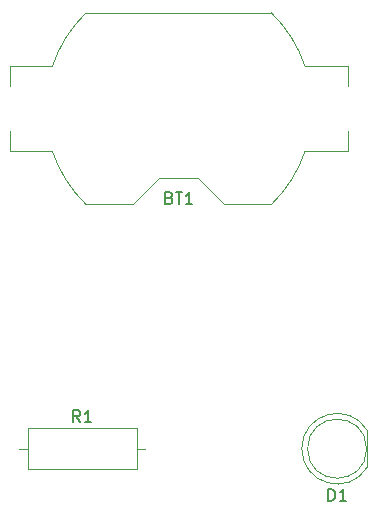
<source format=gbr>
%TF.GenerationSoftware,KiCad,Pcbnew,7.0.8*%
%TF.CreationDate,2023-11-11T20:39:46+01:00*%
%TF.ProjectId,FirstKicadProject,46697273-744b-4696-9361-6450726f6a65,rev?*%
%TF.SameCoordinates,Original*%
%TF.FileFunction,Legend,Top*%
%TF.FilePolarity,Positive*%
%FSLAX46Y46*%
G04 Gerber Fmt 4.6, Leading zero omitted, Abs format (unit mm)*
G04 Created by KiCad (PCBNEW 7.0.8) date 2023-11-11 20:39:46*
%MOMM*%
%LPD*%
G01*
G04 APERTURE LIST*
%ADD10C,0.150000*%
%ADD11C,0.120000*%
G04 APERTURE END LIST*
D10*
X165631905Y-106014819D02*
X165631905Y-105014819D01*
X165631905Y-105014819D02*
X165870000Y-105014819D01*
X165870000Y-105014819D02*
X166012857Y-105062438D01*
X166012857Y-105062438D02*
X166108095Y-105157676D01*
X166108095Y-105157676D02*
X166155714Y-105252914D01*
X166155714Y-105252914D02*
X166203333Y-105443390D01*
X166203333Y-105443390D02*
X166203333Y-105586247D01*
X166203333Y-105586247D02*
X166155714Y-105776723D01*
X166155714Y-105776723D02*
X166108095Y-105871961D01*
X166108095Y-105871961D02*
X166012857Y-105967200D01*
X166012857Y-105967200D02*
X165870000Y-106014819D01*
X165870000Y-106014819D02*
X165631905Y-106014819D01*
X167155714Y-106014819D02*
X166584286Y-106014819D01*
X166870000Y-106014819D02*
X166870000Y-105014819D01*
X166870000Y-105014819D02*
X166774762Y-105157676D01*
X166774762Y-105157676D02*
X166679524Y-105252914D01*
X166679524Y-105252914D02*
X166584286Y-105300533D01*
X152174285Y-80359979D02*
X152317142Y-80407598D01*
X152317142Y-80407598D02*
X152364761Y-80455217D01*
X152364761Y-80455217D02*
X152412380Y-80550455D01*
X152412380Y-80550455D02*
X152412380Y-80693312D01*
X152412380Y-80693312D02*
X152364761Y-80788550D01*
X152364761Y-80788550D02*
X152317142Y-80836170D01*
X152317142Y-80836170D02*
X152221904Y-80883789D01*
X152221904Y-80883789D02*
X151840952Y-80883789D01*
X151840952Y-80883789D02*
X151840952Y-79883789D01*
X151840952Y-79883789D02*
X152174285Y-79883789D01*
X152174285Y-79883789D02*
X152269523Y-79931408D01*
X152269523Y-79931408D02*
X152317142Y-79979027D01*
X152317142Y-79979027D02*
X152364761Y-80074265D01*
X152364761Y-80074265D02*
X152364761Y-80169503D01*
X152364761Y-80169503D02*
X152317142Y-80264741D01*
X152317142Y-80264741D02*
X152269523Y-80312360D01*
X152269523Y-80312360D02*
X152174285Y-80359979D01*
X152174285Y-80359979D02*
X151840952Y-80359979D01*
X152698095Y-79883789D02*
X153269523Y-79883789D01*
X152983809Y-80883789D02*
X152983809Y-79883789D01*
X154126666Y-80883789D02*
X153555238Y-80883789D01*
X153840952Y-80883789D02*
X153840952Y-79883789D01*
X153840952Y-79883789D02*
X153745714Y-80026646D01*
X153745714Y-80026646D02*
X153650476Y-80121884D01*
X153650476Y-80121884D02*
X153555238Y-80169503D01*
X144613333Y-99334819D02*
X144280000Y-98858628D01*
X144041905Y-99334819D02*
X144041905Y-98334819D01*
X144041905Y-98334819D02*
X144422857Y-98334819D01*
X144422857Y-98334819D02*
X144518095Y-98382438D01*
X144518095Y-98382438D02*
X144565714Y-98430057D01*
X144565714Y-98430057D02*
X144613333Y-98525295D01*
X144613333Y-98525295D02*
X144613333Y-98668152D01*
X144613333Y-98668152D02*
X144565714Y-98763390D01*
X144565714Y-98763390D02*
X144518095Y-98811009D01*
X144518095Y-98811009D02*
X144422857Y-98858628D01*
X144422857Y-98858628D02*
X144041905Y-98858628D01*
X145565714Y-99334819D02*
X144994286Y-99334819D01*
X145280000Y-99334819D02*
X145280000Y-98334819D01*
X145280000Y-98334819D02*
X145184762Y-98477676D01*
X145184762Y-98477676D02*
X145089524Y-98572914D01*
X145089524Y-98572914D02*
X144994286Y-98620533D01*
D11*
%TO.C,D1*%
X168930000Y-103145000D02*
X168930000Y-100055000D01*
X163380001Y-101599538D02*
G75*
G03*
X168929999Y-103144830I2989999J-462D01*
G01*
X168930000Y-100055170D02*
G75*
G03*
X163380000Y-101600462I-2560000J-1544830D01*
G01*
X168870000Y-101600000D02*
G75*
G03*
X168870000Y-101600000I-2500000J0D01*
G01*
%TO.C,BT1*%
X138650000Y-69198970D02*
X142268000Y-69198970D01*
X138650000Y-70908970D02*
X138650000Y-69198970D01*
X138650000Y-74708970D02*
X138650000Y-76418970D01*
X142268000Y-76418970D02*
X138650000Y-76418970D01*
X145112700Y-64698970D02*
X160807300Y-64698970D01*
X149100000Y-80918970D02*
X145112700Y-80918970D01*
X151300000Y-78718970D02*
X149100000Y-80918970D01*
X154620000Y-78718970D02*
X151300000Y-78718970D01*
X154620000Y-78718970D02*
X156820000Y-80918970D01*
X160807300Y-80918970D02*
X156820000Y-80918970D01*
X163652000Y-69198970D02*
X167270000Y-69198970D01*
X167270000Y-70908970D02*
X167270000Y-69198970D01*
X167270000Y-74708970D02*
X167270000Y-76418970D01*
X167270000Y-76418970D02*
X163652000Y-76418970D01*
X145114629Y-64697181D02*
G75*
G03*
X142268001Y-69198970I7845391J-8111799D01*
G01*
X142268000Y-76418970D02*
G75*
G03*
X145114629Y-80920759I10691995J3609996D01*
G01*
X163652000Y-69198970D02*
G75*
G03*
X160805371Y-64697181I-10692000J-3610000D01*
G01*
X160805371Y-80920759D02*
G75*
G03*
X163652000Y-76418970I-7845391J8111801D01*
G01*
%TO.C,R1*%
X139470000Y-101600000D02*
X140160000Y-101600000D01*
X140160000Y-99880000D02*
X140160000Y-103320000D01*
X140160000Y-103320000D02*
X149400000Y-103320000D01*
X149400000Y-99880000D02*
X140160000Y-99880000D01*
X149400000Y-103320000D02*
X149400000Y-99880000D01*
X150090000Y-101600000D02*
X149400000Y-101600000D01*
%TD*%
M02*

</source>
